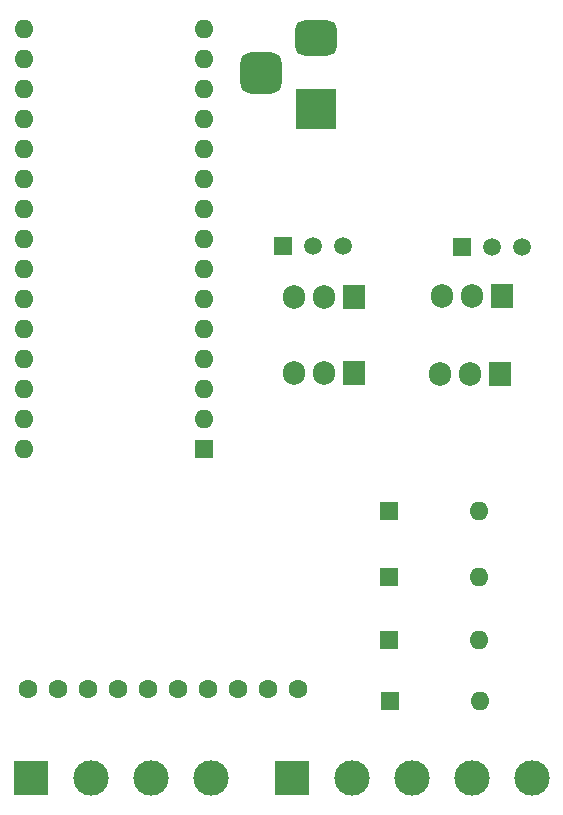
<source format=gbr>
%TF.GenerationSoftware,KiCad,Pcbnew,7.0.5*%
%TF.CreationDate,2023-12-19T17:12:36-05:00*%
%TF.ProjectId,biphasic_revision_b,62697068-6173-4696-935f-726576697369,rev?*%
%TF.SameCoordinates,Original*%
%TF.FileFunction,Soldermask,Bot*%
%TF.FilePolarity,Negative*%
%FSLAX46Y46*%
G04 Gerber Fmt 4.6, Leading zero omitted, Abs format (unit mm)*
G04 Created by KiCad (PCBNEW 7.0.5) date 2023-12-19 17:12:36*
%MOMM*%
%LPD*%
G01*
G04 APERTURE LIST*
G04 Aperture macros list*
%AMRoundRect*
0 Rectangle with rounded corners*
0 $1 Rounding radius*
0 $2 $3 $4 $5 $6 $7 $8 $9 X,Y pos of 4 corners*
0 Add a 4 corners polygon primitive as box body*
4,1,4,$2,$3,$4,$5,$6,$7,$8,$9,$2,$3,0*
0 Add four circle primitives for the rounded corners*
1,1,$1+$1,$2,$3*
1,1,$1+$1,$4,$5*
1,1,$1+$1,$6,$7*
1,1,$1+$1,$8,$9*
0 Add four rect primitives between the rounded corners*
20,1,$1+$1,$2,$3,$4,$5,0*
20,1,$1+$1,$4,$5,$6,$7,0*
20,1,$1+$1,$6,$7,$8,$9,0*
20,1,$1+$1,$8,$9,$2,$3,0*%
G04 Aperture macros list end*
%ADD10R,1.600000X1.600000*%
%ADD11O,1.600000X1.600000*%
%ADD12R,3.500000X3.500000*%
%ADD13RoundRect,0.750000X-1.000000X0.750000X-1.000000X-0.750000X1.000000X-0.750000X1.000000X0.750000X0*%
%ADD14RoundRect,0.875000X-0.875000X0.875000X-0.875000X-0.875000X0.875000X-0.875000X0.875000X0.875000X0*%
%ADD15R,1.500000X1.500000*%
%ADD16C,1.500000*%
%ADD17R,1.905000X2.000000*%
%ADD18O,1.905000X2.000000*%
%ADD19C,1.600000*%
%ADD20R,3.000000X3.000000*%
%ADD21C,3.000000*%
G04 APERTURE END LIST*
D10*
%TO.C,D1*%
X171720000Y-86400000D03*
D11*
X179340000Y-86400000D03*
%TD*%
D10*
%TO.C,D2*%
X171670000Y-92000000D03*
D11*
X179290000Y-92000000D03*
%TD*%
D10*
%TO.C,D3*%
X171670000Y-97350000D03*
D11*
X179290000Y-97350000D03*
%TD*%
D10*
%TO.C,D4*%
X171740000Y-102530000D03*
D11*
X179360000Y-102530000D03*
%TD*%
D12*
%TO.C,J1*%
X165550000Y-52350000D03*
D13*
X165550000Y-46350000D03*
D14*
X160850000Y-49350000D03*
%TD*%
D15*
%TO.C,Q1*%
X162680000Y-63935000D03*
D16*
X165220000Y-63935000D03*
X167760000Y-63935000D03*
%TD*%
D17*
%TO.C,Q2*%
X168740000Y-68255000D03*
D18*
X166200000Y-68255000D03*
X163660000Y-68255000D03*
%TD*%
D17*
%TO.C,Q3*%
X168750000Y-74735000D03*
D18*
X166210000Y-74735000D03*
X163670000Y-74735000D03*
%TD*%
D15*
%TO.C,Q4*%
X177910000Y-64045000D03*
D16*
X180450000Y-64045000D03*
X182990000Y-64045000D03*
%TD*%
D17*
%TO.C,Q5*%
X181230000Y-68215000D03*
D18*
X178690000Y-68215000D03*
X176150000Y-68215000D03*
%TD*%
D17*
%TO.C,Q6*%
X181090000Y-74795000D03*
D18*
X178550000Y-74795000D03*
X176010000Y-74795000D03*
%TD*%
D19*
%TO.C,U3*%
X141145000Y-101509000D03*
X143685000Y-101509000D03*
X146225000Y-101509000D03*
X148765000Y-101509000D03*
X151305000Y-101509000D03*
X153845000Y-101509000D03*
X156385000Y-101509000D03*
X158925000Y-101509000D03*
X161465000Y-101509000D03*
X164005000Y-101509000D03*
%TD*%
D20*
%TO.C,J3*%
X163470000Y-109000000D03*
D21*
X168550000Y-109000000D03*
X173630000Y-109000000D03*
X178710000Y-109000000D03*
X183790000Y-109000000D03*
%TD*%
D10*
%TO.C,A1*%
X156000000Y-81135000D03*
D11*
X156000000Y-78595000D03*
X156000000Y-76055000D03*
X156000000Y-73515000D03*
X156000000Y-70975000D03*
X156000000Y-68435000D03*
X156000000Y-65895000D03*
X156000000Y-63355000D03*
X156000000Y-60815000D03*
X156000000Y-58275000D03*
X156000000Y-55735000D03*
X156000000Y-53195000D03*
X156000000Y-50655000D03*
X156000000Y-48115000D03*
X156000000Y-45575000D03*
X140760000Y-45575000D03*
X140760000Y-48115000D03*
X140760000Y-50655000D03*
X140760000Y-53195000D03*
X140760000Y-55735000D03*
X140760000Y-58275000D03*
X140760000Y-60815000D03*
X140760000Y-63355000D03*
X140760000Y-65895000D03*
X140760000Y-68435000D03*
X140760000Y-70975000D03*
X140760000Y-73515000D03*
X140760000Y-76055000D03*
X140760000Y-78595000D03*
X140760000Y-81135000D03*
%TD*%
D20*
%TO.C,Analog_In1*%
X141390000Y-109000000D03*
D21*
X146470000Y-109000000D03*
X151550000Y-109000000D03*
X156630000Y-109000000D03*
%TD*%
M02*

</source>
